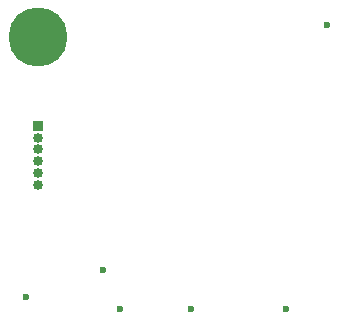
<source format=gbs>
%TF.GenerationSoftware,KiCad,Pcbnew,5.99.0-unknown-b691c18bfc~117~ubuntu20.10.1*%
%TF.CreationDate,2021-03-09T07:05:26+01:00*%
%TF.ProjectId,abrd,61627264-2e6b-4696-9361-645f70636258,rev?*%
%TF.SameCoordinates,Original*%
%TF.FileFunction,Soldermask,Bot*%
%TF.FilePolarity,Negative*%
%FSLAX46Y46*%
G04 Gerber Fmt 4.6, Leading zero omitted, Abs format (unit mm)*
G04 Created by KiCad (PCBNEW 5.99.0-unknown-b691c18bfc~117~ubuntu20.10.1) date 2021-03-09 07:05:26*
%MOMM*%
%LPD*%
G01*
G04 APERTURE LIST*
%ADD10R,0.850000X0.850000*%
%ADD11O,0.850000X0.850000*%
%ADD12C,5.000000*%
%ADD13C,0.600000*%
G04 APERTURE END LIST*
D10*
%TO.C,J1*%
X123000000Y-71500000D03*
D11*
X123000000Y-72500000D03*
X123000000Y-73500000D03*
X123000000Y-74500000D03*
X123000000Y-75500000D03*
X123000000Y-76500000D03*
%TD*%
D12*
%TO.C,REF\u002A\u002A*%
X123000000Y-64000000D03*
%TD*%
D13*
X128500000Y-83750000D03*
X130000000Y-87000000D03*
X144000000Y-87000000D03*
X136000000Y-87000000D03*
X122000000Y-86000000D03*
X147500000Y-63000000D03*
M02*

</source>
